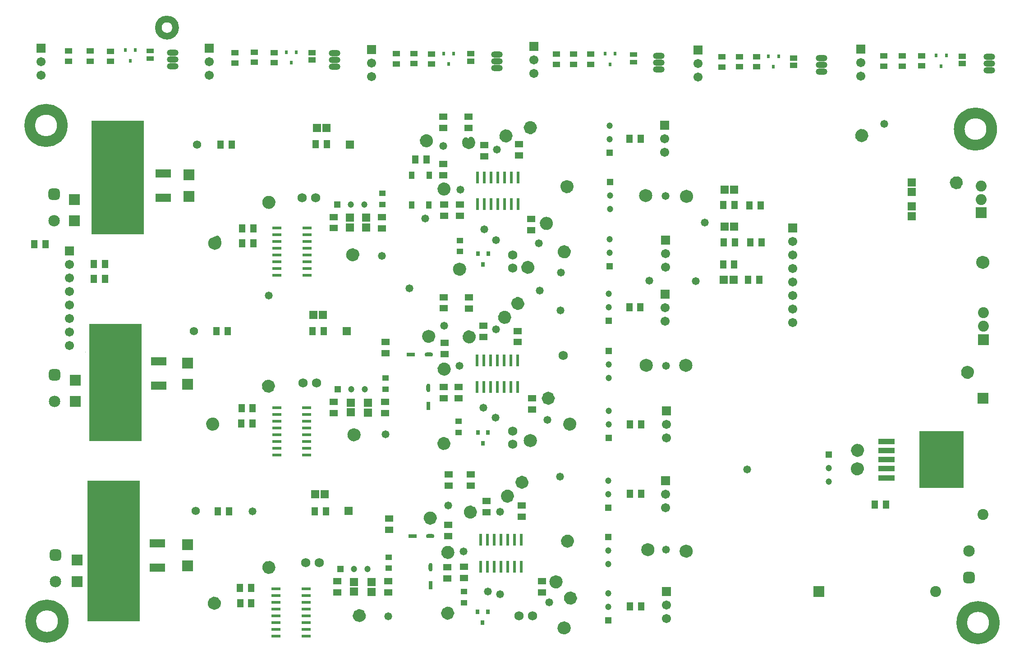
<source format=gbr>
%TF.GenerationSoftware,Altium Limited,Altium Designer,21.6.4 (81)*%
G04 Layer_Color=8388736*
%FSLAX45Y45*%
%MOMM*%
%TF.SameCoordinates,3325C277-0099-4954-8EFE-43F743DDDD4B*%
%TF.FilePolarity,Negative*%
%TF.FileFunction,Soldermask,Top*%
%TF.Part,Single*%
G01*
G75*
%TA.AperFunction,SMDPad,CuDef*%
%ADD11R,1.50822X1.20651*%
%ADD12R,0.55800X2.27000*%
%ADD13R,1.20651X1.50822*%
%ADD14R,1.50464X1.55620*%
%ADD15R,0.60000X0.70000*%
G04:AMPARAMS|DCode=17|XSize=1.60712mm|YSize=0.76213mm|CornerRadius=0.38107mm|HoleSize=0mm|Usage=FLASHONLY|Rotation=0.000|XOffset=0mm|YOffset=0mm|HoleType=Round|Shape=RoundedRectangle|*
%AMROUNDEDRECTD17*
21,1,1.60712,0.00000,0,0,0.0*
21,1,0.84499,0.76213,0,0,0.0*
1,1,0.76213,0.42249,0.00000*
1,1,0.76213,-0.42249,0.00000*
1,1,0.76213,-0.42249,0.00000*
1,1,0.76213,0.42249,0.00000*
%
%ADD17ROUNDEDRECTD17*%
%ADD18R,1.60712X0.76213*%
G04:AMPARAMS|DCode=19|XSize=1.60712mm|YSize=0.76213mm|CornerRadius=0.38107mm|HoleSize=0mm|Usage=FLASHONLY|Rotation=90.000|XOffset=0mm|YOffset=0mm|HoleType=Round|Shape=RoundedRectangle|*
%AMROUNDEDRECTD19*
21,1,1.60712,0.00000,0,0,90.0*
21,1,0.84499,0.76213,0,0,90.0*
1,1,0.76213,0.00000,0.42249*
1,1,0.76213,0.00000,-0.42249*
1,1,0.76213,0.00000,-0.42249*
1,1,0.76213,0.00000,0.42249*
%
%ADD19ROUNDEDRECTD19*%
%ADD20R,0.76213X1.60712*%
%ADD21R,1.20000X1.10000*%
%ADD22R,1.40822X1.00650*%
%ADD23R,1.35000X0.95000*%
%ADD24R,1.35620X1.10464*%
%ADD25R,1.55620X1.50464*%
%ADD26R,8.38000X10.66000*%
%ADD27R,3.05000X1.01600*%
%ADD28R,1.66370X0.55880*%
%ADD29R,6.20000X5.80000*%
%ADD30R,3.00000X1.60000*%
%ADD31R,2.00000X2.00000*%
%TA.AperFunction,ComponentPad*%
%ADD38C,1.20000*%
%ADD41R,1.20000X1.20000*%
%ADD46R,2.05740X2.05740*%
%ADD47C,2.05740*%
%ADD48C,2.05000*%
%ADD49R,2.05000X2.05000*%
%ADD50R,2.05740X2.05740*%
%ADD51R,1.20000X1.20000*%
%ADD52R,1.57480X1.57480*%
%ADD53C,1.57480*%
%TA.AperFunction,NonConductor*%
%ADD63C,2.03200*%
%TA.AperFunction,Conductor*%
%ADD67C,0.96520*%
%TA.AperFunction,ComponentPad*%
%ADD71C,1.72720*%
%ADD72C,1.70320*%
%ADD73R,1.70320X1.70320*%
%ADD74C,2.15320*%
G04:AMPARAMS|DCode=75|XSize=2.1532mm|YSize=2.1532mm|CornerRadius=0.5891mm|HoleSize=0mm|Usage=FLASHONLY|Rotation=90.000|XOffset=0mm|YOffset=0mm|HoleType=Round|Shape=RoundedRectangle|*
%AMROUNDEDRECTD75*
21,1,2.15320,0.97500,0,0,90.0*
21,1,0.97500,2.15320,0,0,90.0*
1,1,1.17820,0.48750,0.48750*
1,1,1.17820,0.48750,-0.48750*
1,1,1.17820,-0.48750,-0.48750*
1,1,1.17820,-0.48750,0.48750*
%
%ADD75ROUNDEDRECTD75*%
%ADD76O,2.20320X1.20320*%
%ADD77O,2.20320X1.20320*%
%TA.AperFunction,ViaPad*%
%ADD78C,1.72720*%
%ADD79C,1.47320*%
%TA.AperFunction,NonConductor*%
%ADD84C,0.20320*%
%ADD85C,1.25400*%
%ADD86R,9.93140X22.04720*%
%ADD87R,9.93140X26.44140*%
%ADD88R,9.93140X21.31060*%
%ADD89R,0.07620X0.07620*%
%TA.AperFunction,SMDPad,CuDef*%
%ADD90R,0.80320X0.90320*%
%ADD91R,1.11320X1.42320*%
D11*
X14813280Y15289204D02*
D03*
X15468600Y15309525D02*
D03*
Y15099355D02*
D03*
X15697200Y13899825D02*
D03*
X15709900Y10534325D02*
D03*
X13027660Y8271184D02*
D03*
Y8061014D02*
D03*
X14056360Y13961435D02*
D03*
Y14171605D02*
D03*
X14053819Y10534975D02*
D03*
Y10745145D02*
D03*
X14122400Y7151695D02*
D03*
Y7361865D02*
D03*
X15697200Y13689655D02*
D03*
X15709900Y10324155D02*
D03*
X15897861Y6882455D02*
D03*
Y7092625D02*
D03*
X14043660Y14725975D02*
D03*
Y14936145D02*
D03*
X14556740Y9104304D02*
D03*
Y8894134D02*
D03*
X14429739Y7364405D02*
D03*
Y7154235D02*
D03*
X14353540Y14174146D02*
D03*
Y13963976D02*
D03*
X15440660Y11799245D02*
D03*
Y11589075D02*
D03*
X14063980Y11575725D02*
D03*
Y11365555D02*
D03*
X14053819Y12434245D02*
D03*
Y12224075D02*
D03*
X14792960Y11894820D02*
D03*
Y11684650D02*
D03*
X14528799Y12433300D02*
D03*
Y12223130D02*
D03*
X14330679Y10745145D02*
D03*
Y10534975D02*
D03*
X15516859Y8517566D02*
D03*
Y8307396D02*
D03*
X14132561Y8151805D02*
D03*
Y7941635D02*
D03*
X14140179Y9104305D02*
D03*
Y8894135D02*
D03*
X14856461Y8603925D02*
D03*
Y8393755D02*
D03*
X13009880Y6887535D02*
D03*
Y7097705D02*
D03*
X12052300Y6885940D02*
D03*
Y7096110D02*
D03*
X11983720Y10258115D02*
D03*
Y10468285D02*
D03*
X12951460Y10255575D02*
D03*
Y10465745D02*
D03*
X12893040Y13727756D02*
D03*
Y13937926D02*
D03*
X14813280Y15079034D02*
D03*
X14518640Y15614975D02*
D03*
Y15825145D02*
D03*
X12961620Y11380795D02*
D03*
Y11590965D02*
D03*
X14038580Y15825145D02*
D03*
Y15614975D02*
D03*
X11986260Y13942059D02*
D03*
Y13731889D02*
D03*
D12*
X15450819Y14686198D02*
D03*
X15323820D02*
D03*
X15450819Y14183441D02*
D03*
X15443201Y10744200D02*
D03*
X15316200D02*
D03*
X15189200D02*
D03*
X15062199D02*
D03*
X14935201D02*
D03*
X14808200D02*
D03*
X14681200D02*
D03*
Y11246963D02*
D03*
X14808200D02*
D03*
X14935201D02*
D03*
X15062199D02*
D03*
X15189200D02*
D03*
X15316200D02*
D03*
X15443201D02*
D03*
X15506700Y7371243D02*
D03*
X15379700D02*
D03*
X15252699D02*
D03*
X15125700D02*
D03*
X14998700D02*
D03*
X14871700D02*
D03*
X14744701D02*
D03*
Y7874000D02*
D03*
X14871700D02*
D03*
X14998700D02*
D03*
X15125700D02*
D03*
X15252699D02*
D03*
X15379700D02*
D03*
X15506700D02*
D03*
X15196820Y14686198D02*
D03*
X15069820D02*
D03*
X14942821D02*
D03*
X14815820D02*
D03*
X14688820D02*
D03*
Y14183441D02*
D03*
X14815820D02*
D03*
X14942821D02*
D03*
X15069820D02*
D03*
X15196820D02*
D03*
X15323820D02*
D03*
D13*
X19791679Y14160500D02*
D03*
X19978046Y12763500D02*
D03*
X19767876D02*
D03*
X20018684Y13467081D02*
D03*
X19808514D02*
D03*
X19507201Y13053059D02*
D03*
X19297031D02*
D03*
X19518304Y13462000D02*
D03*
X19308134D02*
D03*
X19303055Y14163040D02*
D03*
X19513225D02*
D03*
X20001849Y14160500D02*
D03*
X6570980Y13434061D02*
D03*
X6360810D02*
D03*
X7480300Y12776200D02*
D03*
X7690470D02*
D03*
X7480300Y13055600D02*
D03*
X7690470D02*
D03*
X13727106Y15019020D02*
D03*
X13516936D02*
D03*
X17540295Y15412720D02*
D03*
X17750465D02*
D03*
X17545375Y6619240D02*
D03*
X17755545D02*
D03*
X17535216Y12242800D02*
D03*
X17745386D02*
D03*
X17548860Y10043160D02*
D03*
X17759030D02*
D03*
X17546320Y8737600D02*
D03*
X17756490D02*
D03*
X22352945Y8536940D02*
D03*
X22142775D02*
D03*
X11860205Y15308580D02*
D03*
X11650035D02*
D03*
X9862820Y15300960D02*
D03*
X10072990D02*
D03*
X9784080Y11793220D02*
D03*
X9994250D02*
D03*
X11799245Y11798300D02*
D03*
X11589075D02*
D03*
X9808535Y8409940D02*
D03*
X10018705D02*
D03*
X11837345D02*
D03*
X11627175D02*
D03*
X10265735Y13728700D02*
D03*
X10475905D02*
D03*
X10478445Y13446761D02*
D03*
X10268275D02*
D03*
X10460665Y10058400D02*
D03*
X10250495D02*
D03*
X10464800Y10350500D02*
D03*
X10254630D02*
D03*
X10439400Y6685280D02*
D03*
X10229230D02*
D03*
X10436860Y6967220D02*
D03*
X10226690D02*
D03*
D14*
X19310442Y12763500D02*
D03*
X19490599D02*
D03*
X19321964Y14455141D02*
D03*
X19502119D02*
D03*
X19327043Y13764259D02*
D03*
X19507201D02*
D03*
X11668760Y15610840D02*
D03*
X11848917D02*
D03*
X11605443Y12103100D02*
D03*
X11785600D02*
D03*
X11635923Y8729980D02*
D03*
X11816080D02*
D03*
D15*
X8261101Y17079900D02*
D03*
X8071099D02*
D03*
X8166100Y16879900D02*
D03*
X11285220Y17040860D02*
D03*
X11095218D02*
D03*
X11190219Y16840860D02*
D03*
X14240260Y17013860D02*
D03*
X14050259D02*
D03*
X14145261Y16813860D02*
D03*
X17272000Y17010381D02*
D03*
X17081998D02*
D03*
X17176999Y16810381D02*
D03*
X20337781Y16962120D02*
D03*
X20147778D02*
D03*
X20242780Y16762120D02*
D03*
X23488400Y16975760D02*
D03*
X23298399D02*
D03*
X23393401Y16775760D02*
D03*
D17*
X13769254Y11358880D02*
D03*
X13797279Y7947660D02*
D03*
D18*
X13434146Y11358880D02*
D03*
X13462173Y7947660D02*
D03*
D19*
X13766800Y10728874D02*
D03*
X13804900Y7355754D02*
D03*
D20*
X13766800Y10393766D02*
D03*
X13804900Y7020646D02*
D03*
D21*
X14353540Y13290961D02*
D03*
Y13500958D02*
D03*
X14333220Y9891578D02*
D03*
Y10101580D02*
D03*
X14434821Y6692038D02*
D03*
Y6902040D02*
D03*
X13014960Y7549739D02*
D03*
Y7339741D02*
D03*
X12956540Y10915239D02*
D03*
Y10705241D02*
D03*
X12898120Y14177422D02*
D03*
Y14387419D02*
D03*
D22*
X7005320Y16869572D02*
D03*
Y17059747D02*
D03*
X7414260D02*
D03*
Y16869572D02*
D03*
X7795260Y17054668D02*
D03*
Y16864493D02*
D03*
X10868660Y17029266D02*
D03*
Y16839093D02*
D03*
X10497820Y17036887D02*
D03*
Y16846713D02*
D03*
X10132060Y16834013D02*
D03*
Y17024187D02*
D03*
X13820140Y17006407D02*
D03*
Y16816232D02*
D03*
X13492480Y17011487D02*
D03*
Y16821313D02*
D03*
X13159740Y16818773D02*
D03*
Y17008948D02*
D03*
X16812260Y17001328D02*
D03*
Y16811153D02*
D03*
X16487140Y17001328D02*
D03*
Y16811153D02*
D03*
X16169640D02*
D03*
Y17001328D02*
D03*
X19276060Y16760353D02*
D03*
Y16950526D02*
D03*
X19923759Y16955608D02*
D03*
Y16765433D02*
D03*
X19603720Y16953067D02*
D03*
Y16762894D02*
D03*
X22316440Y16776700D02*
D03*
Y16966870D02*
D03*
X22659340Y16968307D02*
D03*
Y16778133D02*
D03*
X23027640Y16970847D02*
D03*
Y16780673D02*
D03*
D23*
X8536940Y16915059D02*
D03*
Y17065060D02*
D03*
X17617439Y16846478D02*
D03*
Y16996481D02*
D03*
D24*
X11579860Y16892041D02*
D03*
Y17032199D02*
D03*
X14556740Y16867683D02*
D03*
Y17007840D02*
D03*
X20624800Y16790440D02*
D03*
Y16930598D02*
D03*
X23789639Y16820921D02*
D03*
Y16961079D02*
D03*
D25*
X22842220Y14589760D02*
D03*
Y14409602D02*
D03*
Y13958661D02*
D03*
Y14138818D02*
D03*
X12692380Y6897461D02*
D03*
Y7077619D02*
D03*
X12367260Y7081520D02*
D03*
Y6901363D02*
D03*
X12303760Y10268041D02*
D03*
Y10448199D02*
D03*
X12631420Y10445659D02*
D03*
Y10265501D02*
D03*
X12288520Y13925459D02*
D03*
Y13745300D02*
D03*
X12590780Y13925459D02*
D03*
Y13745300D02*
D03*
D26*
X23399477Y9380220D02*
D03*
D27*
X22368982Y9720621D02*
D03*
Y9550420D02*
D03*
Y9380220D02*
D03*
Y9210020D02*
D03*
Y9039819D02*
D03*
D28*
X11478895Y9466580D02*
D03*
Y9593580D02*
D03*
Y9720580D02*
D03*
Y9847580D02*
D03*
Y9974580D02*
D03*
Y10101580D02*
D03*
Y10228580D02*
D03*
Y10355580D02*
D03*
X10913745D02*
D03*
Y10228580D02*
D03*
Y10101580D02*
D03*
Y9974580D02*
D03*
Y9847580D02*
D03*
Y9720580D02*
D03*
Y9593580D02*
D03*
Y9466580D02*
D03*
X11464290Y6065520D02*
D03*
Y6192520D02*
D03*
Y6319520D02*
D03*
Y6446520D02*
D03*
Y6573520D02*
D03*
Y6700520D02*
D03*
Y6827520D02*
D03*
Y6954520D02*
D03*
X10899140D02*
D03*
Y6827520D02*
D03*
Y6700520D02*
D03*
Y6573520D02*
D03*
Y6446520D02*
D03*
Y6319520D02*
D03*
Y6192520D02*
D03*
Y6065520D02*
D03*
X10918825Y12849860D02*
D03*
Y12976860D02*
D03*
Y13103860D02*
D03*
Y13230859D02*
D03*
Y13357860D02*
D03*
Y13484860D02*
D03*
Y13611861D02*
D03*
Y13738860D02*
D03*
X11483975D02*
D03*
Y13611861D02*
D03*
Y13484860D02*
D03*
Y13357860D02*
D03*
Y13230859D02*
D03*
Y13103860D02*
D03*
Y12976860D02*
D03*
Y12849860D02*
D03*
D29*
X7965440Y7581900D02*
D03*
X7988300Y11000740D02*
D03*
X8077200Y14533881D02*
D03*
D30*
X8674440Y7353402D02*
D03*
Y7810398D02*
D03*
X8697300Y10772242D02*
D03*
Y11229238D02*
D03*
X8786200Y14762378D02*
D03*
Y14305382D02*
D03*
D31*
X7119620Y14269060D02*
D03*
Y13869060D02*
D03*
X9245600Y7381900D02*
D03*
Y7781900D02*
D03*
X7167880Y7492340D02*
D03*
Y7092340D02*
D03*
X9240520Y10795660D02*
D03*
Y11195660D02*
D03*
X9268460Y14331340D02*
D03*
Y14731340D02*
D03*
X7137400Y10873080D02*
D03*
Y10473080D02*
D03*
D38*
X17164822Y13266420D02*
D03*
X17142461Y6868160D02*
D03*
Y6614160D02*
D03*
X17152620Y10043160D02*
D03*
Y10297160D02*
D03*
Y12247880D02*
D03*
Y12501880D02*
D03*
Y11170920D02*
D03*
Y10916920D02*
D03*
X17142461Y8732520D02*
D03*
Y8986520D02*
D03*
X17137880Y7675879D02*
D03*
Y7421879D02*
D03*
X17175481Y14343381D02*
D03*
Y14089380D02*
D03*
X17167860Y15405099D02*
D03*
Y15659100D02*
D03*
X17164822Y13520419D02*
D03*
X21277580Y8971280D02*
D03*
Y9225280D02*
D03*
X12623800Y7327900D02*
D03*
X12369800D02*
D03*
X12313920Y10706598D02*
D03*
X12567920D02*
D03*
X12557760Y14175740D02*
D03*
X12303760D02*
D03*
D41*
X17142461Y6360160D02*
D03*
X17152620Y9789160D02*
D03*
Y11993880D02*
D03*
Y11424920D02*
D03*
X17142461Y8478520D02*
D03*
X17137880Y7929879D02*
D03*
X17175481Y14597380D02*
D03*
X17167860Y15151100D02*
D03*
X17164822Y13012421D02*
D03*
X21277580Y9479280D02*
D03*
D46*
X21094701Y6898640D02*
D03*
D47*
X23284180D02*
D03*
X24180800Y8346440D02*
D03*
D48*
X24187759Y12143740D02*
D03*
Y11889740D02*
D03*
X24142700Y14272260D02*
D03*
Y14526260D02*
D03*
D49*
X24187759Y11636238D02*
D03*
X24142700Y14018758D02*
D03*
D50*
X24180800Y10535920D02*
D03*
D51*
X12115800Y7327900D02*
D03*
X12059920Y10706598D02*
D03*
X12049760Y14175740D02*
D03*
D52*
X12285980Y15303500D02*
D03*
X12227560Y11798300D02*
D03*
X12265660Y8417560D02*
D03*
D53*
X9415780Y15303500D02*
D03*
X9357360Y11798300D02*
D03*
X9395460Y8417560D02*
D03*
D63*
X24340820Y15593060D02*
G03*
X24340820Y15593060I-304800J0D01*
G01*
X24389079Y6316980D02*
G03*
X24389079Y6316980I-304800J0D01*
G01*
X6888480Y15661639D02*
G03*
X6888480Y15661639I-304800J0D01*
G01*
X6906260Y6344920D02*
G03*
X6906260Y6344920I-304800J0D01*
G01*
D67*
X15678149Y15539919D02*
G03*
X15679420Y15539949I-1270J78542D01*
G01*
X15598833Y15627350D02*
G03*
X15598328Y15618460I78047J-8890D01*
G01*
D02*
G03*
X15621335Y15562915I78552J0D01*
G01*
D02*
G03*
X15676880Y15539908I55545J55545D01*
G01*
X15624368Y15676880D02*
G03*
X15598833Y15627350I52512J-58420D01*
G01*
X15662300Y15695647D02*
G03*
X15624368Y15676880I14580J-77187D01*
G01*
X15676880Y15539908D02*
G03*
X15678149Y15539919I-0J78552D01*
G01*
X15679420Y15539949D02*
G03*
X15687041Y15540569I-2540J78511D01*
G01*
D02*
G03*
X15755432Y15618460I-10160J77892D01*
G01*
D02*
G03*
X15662300Y15695647I-78552J0D01*
G01*
X16314420Y13365292D02*
G03*
X16392972Y13286740I0J-78552D01*
G01*
X16391684Y13300908D02*
G03*
X16314420Y13365292I-77264J-14168D01*
G01*
X16392972Y13286740D02*
G03*
X16392953Y13288483I-78552J0D01*
G01*
Y13288483D02*
G03*
X16391684Y13300908I-78533J-1743D01*
G01*
X16057692Y13820140D02*
G03*
X16047876Y13858163I-78552J0D01*
G01*
Y13858163D02*
G03*
X15979140Y13898692I-68736J-38023D01*
G01*
X16390433Y6217920D02*
G03*
X16234692Y6232500I-78552J0D01*
G01*
X15917679Y13869057D02*
G03*
X16057692Y13820140I61461J-48917D01*
G01*
X15979140Y13898692D02*
G03*
X15917679Y13869057I0J-78552D01*
G01*
X16234692Y6232500D02*
G03*
X16233987Y6207760I77187J-14580D01*
G01*
D02*
G03*
X16390433Y6217920I77892J10160D01*
G01*
X15709712Y12994640D02*
G03*
X15632970Y13073170I-78552J0D01*
G01*
D02*
G03*
X15553043Y13002895I-1810J-78531D01*
G01*
X16093253Y10533380D02*
G03*
X16014700Y10611932I-78552J0D01*
G01*
X15553043Y13002895D02*
G03*
X15708347Y12980060I78117J-8255D01*
G01*
X15936150Y10533852D02*
G03*
X16014700Y10454828I78551J-472D01*
G01*
Y10611932D02*
G03*
X15936150Y10533852I0J-78552D01*
G01*
X15708347Y12980060D02*
G03*
X15709712Y12994640I-77187J14580D01*
G01*
X16014700Y10454828D02*
G03*
X16093253Y10533380I0J78552D01*
G01*
X16169640Y7006168D02*
G03*
X16179800Y7008182I-10160J77892D01*
G01*
X16159480Y7005508D02*
G03*
X16169640Y7006168I0J78552D01*
G01*
X16238033Y7084060D02*
G03*
X16081004Y7087545I-78552J0D01*
G01*
D02*
G03*
X16159480Y7005508I78475J-3485D01*
G01*
X15597952Y8956040D02*
G03*
X15519400Y9034592I-78552J0D01*
G01*
X15518130Y8877498D02*
G03*
X15597952Y8956040I1270J78542D01*
G01*
X15519400Y9034592D02*
G03*
X15440848Y8956040I0J-78552D01*
G01*
D02*
G03*
X15518130Y8877498I78552J0D01*
G01*
X15519212Y12316460D02*
G03*
X15440660Y12395012I-78552J0D01*
G01*
D02*
G03*
X15362108Y12316460I0J-78552D01*
G01*
X15440660Y12237908D02*
G03*
X15515669Y12293138I0J78552D01*
G01*
X15362108Y12316460D02*
G03*
X15440660Y12237908I78552J0D01*
G01*
X21899879Y15392587D02*
G03*
X21978391Y15468600I0J78552D01*
G01*
X21978432Y15471140D02*
G03*
X21899879Y15392587I-78552J0D01*
G01*
X10845612Y14216380D02*
G03*
X10841581Y14241219I-78552J0D01*
G01*
D02*
G03*
X10711515Y14271925I-74521J-24839D01*
G01*
D02*
G03*
X10845571Y14213840I55545J-55545D01*
G01*
D02*
G03*
X10845612Y14216380I-78511J2540D01*
G01*
X10837992Y10761980D02*
G03*
X10814985Y10706435I-78552J0D01*
G01*
X21978391Y15468600D02*
G03*
X21978432Y15471140I-78511J2540D01*
G01*
X23599368Y14587219D02*
G03*
X23599329Y14584680I78511J-2540D01*
G01*
X23609186Y14622780D02*
G03*
X23599368Y14587219I68694J-38100D01*
G01*
X23599329Y14584680D02*
G03*
X23609186Y14622780I78552J0D01*
G01*
X16286668Y14511020D02*
G03*
X16309676Y14455475I78552J0D01*
G01*
D02*
G03*
X16443771Y14511020I55545J55545D01*
G01*
D02*
G03*
X16286668Y14511020I-78552J0D01*
G01*
X16179800Y7008182D02*
G03*
X16238033Y7084060I-20320J75878D01*
G01*
X16509811Y6779260D02*
G03*
X16486806Y6834805I-78552J0D01*
G01*
D02*
G03*
X16509441Y6771640I-55545J-55545D01*
G01*
X14053819Y9763572D02*
G03*
X13975275Y9686001I0J-78552D01*
G01*
X14132372Y9685020D02*
G03*
X14132356Y9686620I-78552J0D01*
G01*
Y9686620D02*
G03*
X14053819Y9763572I-78536J-1600D01*
G01*
X13975275Y9686001D02*
G03*
X13975269Y9685020I78546J-981D01*
G01*
X14041119Y9607501D02*
G03*
X14132372Y9685020I12700J77519D01*
G01*
X13975269D02*
G03*
X13997760Y9629996I78552J0D01*
G01*
Y9629996D02*
G03*
X14041119Y9607501I56060J55024D01*
G01*
X14180486Y6550574D02*
G03*
X14122400Y6573540I-55545J-55545D01*
G01*
D02*
G03*
X14046391Y6495701I2540J-78511D01*
G01*
D02*
G03*
X14046388Y6495029I78549J-672D01*
G01*
X14115701Y6417022D02*
G03*
X14122400Y6416518I9239J78007D01*
G01*
X14046388Y6495029D02*
G03*
X14115701Y6417022I78552J0D01*
G01*
X14122400Y6416518D02*
G03*
X14124751Y6416477I2540J78511D01*
G01*
D02*
G03*
X14124940Y6416477I188J78552D01*
G01*
D02*
G03*
X14203445Y6492294I0J78552D01*
G01*
X14203493Y6495029D02*
G03*
X14203383Y6499169I-78552J0D01*
G01*
D02*
G03*
X14180486Y6550574I-78443J-4140D01*
G01*
X14203445Y6492294D02*
G03*
X14203479Y6493575I-78505J2735D01*
G01*
D02*
G03*
X14203493Y6495029I-78539J1454D01*
G01*
X16375380Y7770048D02*
G03*
X16453932Y7848600I0J78552D01*
G01*
D02*
G03*
X16375380Y7770048I-78552J0D01*
G01*
X15755432Y9738360D02*
G03*
X15598328Y9738360I-78552J0D01*
G01*
D02*
G03*
X15755432Y9738360I78552J0D01*
G01*
X16509441Y6771640D02*
G03*
X16509811Y6779260I-78181J7620D01*
G01*
X15326172Y8694420D02*
G03*
X15247620Y8615868I-78552J0D01*
G01*
D02*
G03*
X15326172Y8694420I0J78552D01*
G01*
X14630211Y8394228D02*
G03*
X14630212Y8394700I-78551J472D01*
G01*
X14554201Y8473211D02*
G03*
X14630211Y8394228I-2540J-78511D01*
G01*
X14630212Y8394700D02*
G03*
X14554201Y8473211I-78552J0D01*
G01*
X13797279Y8201848D02*
G03*
X13875832Y8280400I0J78552D01*
G01*
X13718863Y8275792D02*
G03*
X13797279Y8201848I78417J4608D01*
G01*
X13875832Y8280400D02*
G03*
X13718863Y8275792I-78552J0D01*
G01*
X14124940Y7559269D02*
G03*
X14206032Y7637780I2540J78511D01*
G01*
D02*
G03*
X14124940Y7559269I-78552J0D01*
G01*
X15515669Y12293138D02*
G03*
X15519212Y12316460I-75010J23322D01*
G01*
X15298232Y15463519D02*
G03*
X15219679Y15384969I-78552J0D01*
G01*
D02*
G03*
X15229840Y15385628I0J78552D01*
G01*
D02*
G03*
X15298232Y15463519I-10160J77892D01*
G01*
X15189200Y11976452D02*
G03*
X15251172Y12000676I5080J78388D01*
G01*
X15272832Y12054840D02*
G03*
X15189200Y11976452I-78552J0D01*
G01*
X16489494Y10081985D02*
G03*
X16418559Y10126792I-70935J-33745D01*
G01*
X16497112Y10048240D02*
G03*
X16489494Y10081985I-78552J0D01*
G01*
X16418559Y10126792D02*
G03*
X16497112Y10048240I0J-78552D01*
G01*
X10814985Y10706435D02*
G03*
X10837992Y10761980I-55545J55545D01*
G01*
X14522569Y15356232D02*
G03*
X14520232Y15356723I-11759J-50152D01*
G01*
X14522568Y15356232D02*
G03*
X14520232Y15356723I-11757J-50152D01*
G01*
Y15260486D02*
G03*
X14571219Y15279283I0J78552D01*
G01*
X14520230Y15356723D02*
G03*
X14519438Y15356863I-9419J-50643D01*
G01*
X14520230Y15356723D02*
G03*
X14519438Y15356863I-9419J-50643D01*
G01*
X14519437Y15356863D02*
G03*
X14502589Y15356931I-8625J-50785D01*
G01*
X14519437Y15356863D02*
G03*
X14502589Y15356931I-8625J-50785D01*
G01*
X14464687Y15283493D02*
G03*
X14520230Y15260486I55545J55545D01*
G01*
X14451537Y15300938D02*
G03*
X14464687Y15283493I68694J38100D01*
G01*
X14607352Y11686540D02*
G03*
X14607310Y11689079I-78552J0D01*
G01*
X14607346Y11685595D02*
G03*
X14607352Y11686540I-78546J945D01*
G01*
X14581854Y11744468D02*
G03*
X14528799Y11765092I-53054J-57928D01*
G01*
X14604558Y11707303D02*
G03*
X14581854Y11744468I-75758J-20763D01*
G01*
X14607310Y11689080D02*
G03*
X14604558Y11707303I-78511J-2540D01*
G01*
X14528799Y11765092D02*
G03*
X14513560Y11763600I0J-78552D01*
G01*
D02*
G03*
X14607346Y11685594I15240J-77060D01*
G01*
X21899683Y9551680D02*
G03*
X21899013Y9563247I-78542J1260D01*
G01*
X21876685Y9497395D02*
G03*
X21899683Y9551680I-55545J55545D01*
G01*
X21819870Y9474398D02*
G03*
X21876685Y9497395I1270J78542D01*
G01*
X21819870Y9474398D02*
G03*
X21876685Y9497395I1270J78542D01*
G01*
X12264273Y13235609D02*
G03*
X12264052Y13230859I78321J-6020D01*
G01*
D02*
G03*
X12264042Y13229590I78542J-1270D01*
G01*
D02*
G03*
X12264607Y13220183I78552J0D01*
G01*
X14124252Y14425790D02*
G03*
X14134912Y14465300I-67893J39509D01*
G01*
X14056360Y14386748D02*
G03*
X14124252Y14425790I0J78552D01*
G01*
X14134912Y14465300D02*
G03*
X14056360Y14386748I-78552J0D01*
G01*
X9791512Y10048240D02*
G03*
X9791348Y10053320I-78552J0D01*
G01*
X9745861Y10119570D02*
G03*
X9702801Y10126132I-32901J-71330D01*
G01*
X9791348Y10053320D02*
G03*
X9745861Y10119570I-78388J-5080D01*
G01*
X9635068Y10058399D02*
G03*
X9791512Y10048240I77892J-10159D01*
G01*
X9702801Y10126132D02*
G03*
X9639799Y10076840I10159J-77892D01*
G01*
D02*
G03*
X9635068Y10058400I73161J-28600D01*
G01*
X12387772Y6450861D02*
G03*
X12387932Y6446520I78548J739D01*
G01*
X12544872Y6451600D02*
G03*
X12387772Y6450861I-78552J0D01*
G01*
X12387932Y6446520D02*
G03*
X12544872Y6451600I78388J5080D01*
G01*
X9822822Y13446761D02*
G03*
X9823219Y13450571I-177720J20466D01*
G01*
X9831708Y13446761D02*
G03*
X9831903Y13448297I-115868J15538D01*
G01*
X9831158Y13443100D02*
G03*
X9831708Y13446761I-115319J19199D01*
G01*
X9822362Y13443100D02*
G03*
X9822822Y13446761I-177260J24125D01*
G01*
X9822183Y13413741D02*
G03*
X9831158Y13443100I-106344J48558D01*
G01*
X9822180Y13441798D02*
G03*
X9822362Y13443100I-177078J25428D01*
G01*
X9807441Y13392065D02*
G03*
X9808725Y13393420I-56381J54695D01*
G01*
X9807441Y13392065D02*
G03*
X9808725Y13393420I-56381J54695D01*
G01*
X9807441Y13392065D02*
G03*
X9808725Y13393420I-56381J54695D01*
G01*
X9807441Y13392065D02*
G03*
X9808725Y13393420I-56381J54695D01*
G01*
X9807441Y13392065D02*
G03*
X9807904Y13393073I-162339J75161D01*
G01*
X9807441Y13392065D02*
G03*
X9807904Y13393073I-162339J75161D01*
G01*
X9807441Y13392065D02*
G03*
X9807904Y13393073I-162339J75161D01*
G01*
X9807441Y13392065D02*
G03*
X9807904Y13393073I-162339J75161D01*
G01*
X9807426Y13392049D02*
G03*
X9807441Y13392065I-56366J54711D01*
G01*
X9807426Y13392049D02*
G03*
X9807441Y13392065I-56366J54711D01*
G01*
X9807426Y13392049D02*
G03*
X9807441Y13392065I-56366J54711D01*
G01*
X9807426Y13392049D02*
G03*
X9807441Y13392065I-56366J54711D01*
G01*
X9807312Y13391786D02*
G03*
X9807441Y13392065I-162209J75440D01*
G01*
X9807312Y13391786D02*
G03*
X9807441Y13392065I-162209J75440D01*
G01*
X9807312Y13391786D02*
G03*
X9807441Y13392065I-162209J75440D01*
G01*
X9812831Y13525311D02*
G03*
X9798504Y13544965I-69872J-35893D01*
G01*
X9812831Y13525311D02*
G03*
X9798504Y13544965I-69872J-35893D01*
G01*
X9814309Y13525311D02*
G03*
X9798504Y13544965I-98469J-63014D01*
G01*
X9812831Y13525311D02*
G03*
X9798504Y13544965I-69872J-35893D01*
G01*
X9812831Y13525311D02*
G03*
X9798504Y13544965I-69872J-35893D01*
G01*
X9814309Y13525311D02*
G03*
X9798504Y13544965I-98469J-63014D01*
G01*
X9814309Y13525311D02*
G03*
X9798504Y13544965I-98469J-63014D01*
G01*
X9814309Y13525311D02*
G03*
X9798504Y13544965I-98469J-63014D01*
G01*
X9751060Y13525311D02*
G03*
X9695515Y13502306I0J-78552D01*
G01*
X9807312Y13391786D02*
G03*
X9807441Y13392065I-162209J75440D01*
G01*
X9695515Y13502306D02*
G03*
X9679940Y13480112I55545J-55545D01*
G01*
D02*
G03*
X9672617Y13450900I71120J-33352D01*
G01*
D02*
G03*
X9672508Y13446761I78443J-4140D01*
G01*
D02*
G03*
X9679940Y13413408I78552J0D01*
G01*
X14427013Y12959081D02*
G03*
X14269908Y12959081I-78552J0D01*
G01*
X14378529Y12886511D02*
G03*
X14427013Y12959081I-30070J72569D01*
G01*
X14348460Y12880528D02*
G03*
X14378529Y12886511I0J78552D01*
G01*
X14297894Y12898967D02*
G03*
X14348460Y12880528I50565J60113D01*
G01*
X14269908Y12959081D02*
G03*
X14297894Y12898967I78552J0D01*
G01*
X15251172Y12000676D02*
G03*
X15272832Y12054840I-56892J54164D01*
G01*
X21897153Y9207500D02*
G03*
X21897142Y9208760I-78552J0D01*
G01*
X21740048Y9207500D02*
G03*
X21821140Y9128989I78552J0D01*
G01*
X21740053Y9208424D02*
G03*
X21740048Y9207500I78547J-924D01*
G01*
X21897142Y9208760D02*
G03*
X21740053Y9208424I-78542J-1260D01*
G01*
X13769341Y11618148D02*
G03*
X13847893Y11696700I0J78552D01*
G01*
D02*
G03*
X13690788Y11696700I-78552J0D01*
G01*
X13699081Y11661569D02*
G03*
X13769341Y11618148I70258J35131D01*
G01*
X13690788Y11696700D02*
G03*
X13699081Y11661569I78552J0D01*
G01*
X14056360Y11003509D02*
G03*
X14137453Y11082020I2540J78511D01*
G01*
D02*
G03*
X14056360Y11003509I-78552J0D01*
G01*
X13804712Y15372079D02*
G03*
X13726633Y15293529I-78552J0D01*
G01*
X13797368Y15338916D02*
G03*
X13804712Y15372079I-71208J33164D01*
G01*
X13726633Y15293529D02*
G03*
X13797368Y15338916I-473J78551D01*
G01*
X9819477Y6702459D02*
G03*
X9733280Y6760632I-76037J-19719D01*
G01*
X9821982Y6684011D02*
G03*
X9819477Y6702459I-78542J-1271D01*
G01*
X9821992Y6682740D02*
G03*
X9821982Y6684010I-78552J0D01*
G01*
X9733280Y6760632D02*
G03*
X9665292Y6690692I10160J-77892D01*
G01*
X9665291Y6690690D02*
G03*
X9664888Y6682740I78149J-7950D01*
G01*
D02*
G03*
X9821900Y6678930I78552J0D01*
G01*
X14598782Y15339038D02*
G03*
X14598779Y15339838I-78552J0D01*
G01*
D02*
G03*
X14580144Y15389841I-78548J-799D01*
G01*
X14588924Y15300938D02*
G03*
X14598782Y15339038I-68694J38100D01*
G01*
X14541187Y15361880D02*
G03*
X14541183Y15361877I31860J-69220D01*
G01*
X14441679Y15339038D02*
G03*
X14441756Y15335555I78552J0D01*
G01*
X14441679Y15339038D02*
G03*
X14441756Y15335555I78552J0D01*
G01*
X14441756Y15335551D02*
G03*
X14451537Y15300938I78475J3486D01*
G01*
X14575777Y15283493D02*
G03*
X14588924Y15300938I-55545J55545D01*
G01*
X14575735Y15283453D02*
G03*
X14575777Y15283493I-55504J55585D01*
G01*
X14571219Y15279283D02*
G03*
X14575735Y15283453I-50988J59755D01*
G01*
X14580144Y15389841D02*
G03*
X14575777Y15394583I-59913J-50803D01*
G01*
X14441750Y15342375D02*
G03*
X14441679Y15339040I78481J-3337D01*
G01*
X14441750Y15342375D02*
G03*
X14441679Y15339040I78481J-3337D01*
G01*
X14502589Y15356931D02*
G03*
X14474387Y15342503I8222J-50851D01*
G01*
X14446220Y15365363D02*
G03*
X14441750Y15342375I74010J-26325D01*
G01*
X14446220Y15365363D02*
G03*
X14441750Y15342375I74010J-26325D01*
G01*
X14538959Y15349220D02*
G03*
X14527469Y15354823I-28148J-43141D01*
G01*
X14527469D02*
G03*
X14522569Y15356232I-16658J-48744D01*
G01*
X14575774Y15394585D02*
G03*
X14568491Y15401018I-55543J-55546D01*
G01*
D02*
G03*
X14566467Y15402541I-48260J-61979D01*
G01*
D02*
G03*
X14564677Y15403806I-46237J-63503D01*
G01*
X14564674Y15403809D02*
G03*
X14563158Y15404823I-44445J-64770D01*
G01*
X14464687Y15394582D02*
G03*
X14451538Y15377139I55545J-55544D01*
G01*
X14464687Y15394582D02*
G03*
X14451537Y15377138I55545J-55544D01*
G01*
X14451537Y15377136D02*
G03*
X14451529Y15377122I68695J-38098D01*
G01*
X14451537Y15377136D02*
G03*
X14451529Y15377122I68695J-38098D01*
G01*
Y15377122D02*
G03*
X14446222Y15365364I68702J-38085D01*
G01*
X14451529Y15377122D02*
G03*
X14446222Y15365364I68702J-38085D01*
G01*
X14451537Y15377136D02*
G03*
X14446222Y15365364I68695J-38098D01*
G01*
X14451537Y15377136D02*
G03*
X14446222Y15365364I68695J-38098D01*
G01*
X14527469Y15354823D02*
G03*
X14522569Y15356232I-16658J-48744D01*
G01*
X14538960Y15349220D02*
G03*
X14527469Y15354823I-28149J-43140D01*
G01*
X14502589Y15356931D02*
G03*
X14474387Y15342503I8222J-50851D01*
G01*
X17962692Y7688580D02*
G03*
X17962692Y7688580I-78552J0D01*
G01*
X18689133Y14328140D02*
G03*
X18689133Y14328140I-78552J0D01*
G01*
X17922052Y14343381D02*
G03*
X17922052Y14343381I-78552J0D01*
G01*
X18675011Y11153140D02*
G03*
X18675011Y11153140I-78552J0D01*
G01*
X17932211D02*
G03*
X17932211Y11153140I-78552J0D01*
G01*
X18682071Y7660081D02*
G03*
X18682071Y7660081I-78552J0D01*
G01*
X21897060Y9203690D02*
G03*
X21897153Y9207500I-78460J3810D01*
G01*
X21821140Y9128989D02*
G03*
X21897060Y9203690I-2540J78511D01*
G01*
X21819870Y9631482D02*
G03*
X21802061Y9629140I1270J-78542D01*
G01*
X21821140Y9631492D02*
G03*
X21819870Y9631482I0J-78552D01*
G01*
X21783040Y9621634D02*
G03*
X21742587Y9552940I38100J-68694D01*
G01*
X21802061Y9629140D02*
G03*
X21783040Y9621634I19078J-76200D01*
G01*
X21899013Y9563247D02*
G03*
X21854266Y9624166I-77873J-10307D01*
G01*
D02*
G03*
X21821140Y9631492I-33126J-71226D01*
G01*
X21742587Y9552940D02*
G03*
X21819870Y9474398I78552J0D01*
G01*
X21742587Y9552940D02*
G03*
X21819870Y9474398I78552J0D01*
G01*
X9831903Y13448297D02*
G03*
X9832155Y13450571I-116064J14002D01*
G01*
X9823219D02*
G03*
X9822180Y13492653I-178117J16656D01*
G01*
X9832155Y13450571D02*
G03*
X9832486Y13454526I-116316J11728D01*
G01*
X9821900Y6678930D02*
G03*
X9821992Y6682740I-78460J3810D01*
G01*
X10845612Y7355840D02*
G03*
X10811330Y7290951I-78552J0D01*
G01*
D02*
G03*
X10845612Y7355840I-44270J64889D01*
G01*
X12288749Y9850120D02*
G03*
X12445812Y9847580I78511J-2540D01*
G01*
D02*
G03*
X12288749Y9850120I-78552J0D01*
G01*
X12420255Y13241389D02*
G03*
X12419108Y13247366I-77661J-11799D01*
G01*
X12408380Y13272516D02*
G03*
X12398853Y13284412I-65786J-42926D01*
G01*
X12420486Y13239751D02*
G03*
X12420255Y13241388I-77892J-10160D01*
G01*
X12265535Y13214349D02*
G03*
X12269179Y13201649I77060J15240D01*
G01*
X12264702Y13219431D02*
G03*
X12265076Y13216890I77892J10160D01*
G01*
D02*
G03*
X12265535Y13214349I77519J12700D01*
G01*
X12345134Y13308101D02*
G03*
X12342594Y13308142I-2540J-78511D01*
G01*
D02*
G03*
X12294960Y13292052I0J-78552D01*
G01*
X12269179Y13201649D02*
G03*
X12270216Y13199065I73415J27940D01*
G01*
X12294960Y13292052D02*
G03*
X12273901Y13267690I47634J-62461D01*
G01*
D02*
G03*
X12270216Y13260115I68694J-38100D01*
G01*
D02*
G03*
X12270197Y13260069I72378J-30525D01*
G01*
D02*
G03*
X12264273Y13235609I72397J-30480D01*
G01*
X12421146Y13229590D02*
G03*
X12420486Y13239751I-78552J0D01*
G01*
X12417746Y13252451D02*
G03*
X12411288Y13267690I-75152J-22861D01*
G01*
D02*
G03*
X12408380Y13272516I-68694J-38100D01*
G01*
X12264607Y13220181D02*
G03*
X12264702Y13219431I77987J9408D01*
G01*
X12270216Y13199065D02*
G03*
X12342594Y13151038I72378J30526D01*
G01*
D02*
G03*
X12421146Y13229590I0J78552D01*
G01*
X12398139Y13285135D02*
G03*
X12345134Y13308101I-55545J-55545D01*
G01*
X12418472Y13249910D02*
G03*
X12417746Y13252451I-75878J-20320D01*
G01*
X12419107Y13247369D02*
G03*
X12418472Y13249910I-76513J-17780D01*
G01*
X12398853Y13284412D02*
G03*
X12398139Y13285135I-56259J-54821D01*
G01*
X9822134Y13413634D02*
G03*
X9822180Y13413733I-106295J48665D01*
G01*
X9815780Y13413634D02*
G03*
X9822180Y13441798I-170678J53592D01*
G01*
Y13413408D02*
G03*
X9822285Y13413634I-71120J33352D01*
G01*
X9814607Y13410030D02*
G03*
X9815780Y13413634I-169505J57196D01*
G01*
X9821872Y13413065D02*
G03*
X9822134Y13413634I-106033J49233D01*
G01*
X9821987Y13413000D02*
G03*
X9822180Y13413408I-70927J33760D01*
G01*
X9821841Y13412999D02*
G03*
X9821872Y13413065I-106002J49300D01*
G01*
X9822180Y13510864D02*
G03*
X9814309Y13525311I-106341J-48565D01*
G01*
X9822368Y13510448D02*
G03*
X9822180Y13510864I-106529J-48150D01*
G01*
Y13492653D02*
G03*
X9819565Y13506798I-177078J-25428D01*
G01*
X9821883Y13412781D02*
G03*
X9821987Y13412999I-70823J33979D01*
G01*
X9832486Y13454526D02*
G03*
X9822368Y13510448I-116647J7772D01*
G01*
X9801519Y13386559D02*
G03*
X9802357Y13387270I-50459J60202D01*
G01*
X9693395Y13393420D02*
G03*
X9801519Y13386559I57665J53340D01*
G01*
X9807142Y13391759D02*
G03*
X9807169Y13391785I-56082J55002D01*
G01*
X9806605Y13391216D02*
G03*
X9807142Y13391759I-55545J55544D01*
G01*
X9819565Y13506798D02*
G03*
X9812831Y13525311I-76605J-17379D01*
G01*
X9679940Y13413408D02*
G03*
X9693395Y13393420I71120J33352D01*
G01*
X9807169Y13391785D02*
G03*
X9807411Y13392033I-56109J54975D01*
G01*
X9810863Y13399947D02*
G03*
X9814607Y13410030I-165761J67279D01*
G01*
X9809520Y13396729D02*
G03*
X9810863Y13399947I-164418J70496D01*
G01*
X9807411Y13392033D02*
G03*
X9807426Y13392049I-56351J54727D01*
G01*
X9817009Y13404083D02*
G03*
X9821883Y13412781I-65949J42676D01*
G01*
X9802357Y13387270D02*
G03*
X9806605Y13391216I-51297J59490D01*
G01*
X9807904Y13393073D02*
G03*
X9809520Y13396729I-162802J74153D01*
G01*
X9808725Y13393420D02*
G03*
X9817008Y13404083I-57665J53340D01*
G01*
X24251732Y13088620D02*
G03*
X24251732Y13088620I-78552J0D01*
G01*
X23941705Y11076605D02*
G03*
X23964713Y11021060I-55545J-55545D01*
G01*
X23957385Y11054186D02*
G03*
X23941705Y11076605I-71226J-33126D01*
G01*
X23964713Y11021060D02*
G03*
X23957385Y11054186I-78552J0D01*
G01*
D71*
X15676880Y15618460D02*
D03*
X16314420Y13286740D02*
D03*
X15979140Y13820140D02*
D03*
X15714980Y6441440D02*
D03*
X16311880Y6217920D02*
D03*
X16014700Y10533380D02*
D03*
X15631160Y12994640D02*
D03*
X15346680Y13229402D02*
D03*
X16365221Y14511020D02*
D03*
X15464978Y6441440D02*
D03*
X14124940Y6495029D02*
D03*
X15519400Y8956040D02*
D03*
X16375380Y7848600D02*
D03*
X14053819Y9685020D02*
D03*
X15219679Y15463519D02*
D03*
X15194279Y12054840D02*
D03*
X13726160Y15372079D02*
D03*
X13769341Y11696700D02*
D03*
X13797279Y8280400D02*
D03*
X14520230Y15339040D02*
D03*
X15346680Y12979401D02*
D03*
X21899879Y15471140D02*
D03*
X16431261Y6779260D02*
D03*
X14127480Y7637780D02*
D03*
X16159480Y7084060D02*
D03*
X17884140Y7688580D02*
D03*
X18610580Y14328140D02*
D03*
X14056360Y14465300D02*
D03*
X14348460Y12959081D02*
D03*
X17843500Y14343381D02*
D03*
X18596458Y11153140D02*
D03*
X15440660Y12316460D02*
D03*
X14528799Y11686540D02*
D03*
X16418559Y10048240D02*
D03*
X16296640Y11336020D02*
D03*
X14058900Y11082020D02*
D03*
X15676880Y9738360D02*
D03*
X15346680Y9669780D02*
D03*
Y9919782D02*
D03*
X17853661Y11153140D02*
D03*
X18603519Y7660081D02*
D03*
X14551660Y8394700D02*
D03*
X15247620Y8694420D02*
D03*
X23677879Y14584680D02*
D03*
X21818600Y9207500D02*
D03*
X21821140Y9552940D02*
D03*
X11463020Y7444740D02*
D03*
X11713022D02*
D03*
X12466320Y6451600D02*
D03*
X10767060Y7355840D02*
D03*
X11411138Y10825480D02*
D03*
X11661140D02*
D03*
X11391900Y14300200D02*
D03*
X11641902D02*
D03*
X10759440Y10761980D02*
D03*
X12342597Y13229590D02*
D03*
X9743440Y6682740D02*
D03*
X9751060Y13446761D02*
D03*
X12367260Y9847580D02*
D03*
X9712960Y10048240D02*
D03*
X23886160Y11021060D02*
D03*
X24173180Y13088620D02*
D03*
X10767060Y14216380D02*
D03*
D72*
X20604480Y11955780D02*
D03*
Y12209780D02*
D03*
Y12717780D02*
D03*
Y13225780D02*
D03*
Y13479781D02*
D03*
Y12971780D02*
D03*
Y12463780D02*
D03*
X18229581Y6393180D02*
D03*
Y6647180D02*
D03*
X18219420Y8478520D02*
D03*
Y8732520D02*
D03*
X18229581Y9791700D02*
D03*
Y10045700D02*
D03*
X18211800Y11986260D02*
D03*
Y12240260D02*
D03*
X7022622Y12034520D02*
D03*
Y12542520D02*
D03*
Y13050520D02*
D03*
Y12796520D02*
D03*
Y12288520D02*
D03*
Y11780520D02*
D03*
Y11526520D02*
D03*
X18214340Y12997180D02*
D03*
Y13251180D02*
D03*
X18196082Y15156180D02*
D03*
Y15410181D02*
D03*
X6492240Y16609061D02*
D03*
Y16863060D02*
D03*
X9651522Y16603979D02*
D03*
Y16857980D02*
D03*
X12694442Y16581120D02*
D03*
Y16835120D02*
D03*
X15747522Y16637000D02*
D03*
Y16891000D02*
D03*
X21882100Y16591280D02*
D03*
Y16845280D02*
D03*
X18828542Y16570959D02*
D03*
Y16824960D02*
D03*
D73*
X20604480Y13733780D02*
D03*
X18229581Y6901180D02*
D03*
X18219420Y8986520D02*
D03*
X18229581Y10299700D02*
D03*
X18211800Y12494260D02*
D03*
X7022622Y13304520D02*
D03*
X18214340Y13505180D02*
D03*
X18196082Y15664180D02*
D03*
X6492240Y17117059D02*
D03*
X9651522Y17111980D02*
D03*
X12694442Y17089120D02*
D03*
X15747522Y17145000D02*
D03*
X21882100Y17099280D02*
D03*
X18828542Y17078960D02*
D03*
D74*
X23912358Y7666777D02*
D03*
X6741160Y10474960D02*
D03*
X6758142Y7088083D02*
D03*
X6732742Y13872423D02*
D03*
D75*
X23912358Y7166778D02*
D03*
X6741160Y10974959D02*
D03*
X6758142Y7588082D02*
D03*
X6732742Y14372421D02*
D03*
D76*
X8961120Y16776700D02*
D03*
Y17030701D02*
D03*
X11998960Y17020540D02*
D03*
Y16766541D02*
D03*
X15046960Y16995140D02*
D03*
Y16741141D02*
D03*
X18087340Y16969740D02*
D03*
Y16715739D02*
D03*
X24297639Y16954500D02*
D03*
Y16700500D02*
D03*
X21145500Y16924020D02*
D03*
Y16670020D02*
D03*
D77*
X8961120Y16903700D02*
D03*
X11998960Y16893539D02*
D03*
X15046960Y16868140D02*
D03*
X18087340Y16842740D02*
D03*
X24297639Y16827499D02*
D03*
X21145500Y16797020D02*
D03*
D78*
X15676880Y15618460D02*
D03*
X16314420Y13286740D02*
D03*
X15979140Y13820140D02*
D03*
X16311880Y6217920D02*
D03*
X16014700Y10533380D02*
D03*
X15631160Y12994640D02*
D03*
X16365221Y14511020D02*
D03*
X14124940Y6495029D02*
D03*
X15519400Y8956040D02*
D03*
X16375380Y7848600D02*
D03*
X14053819Y9685020D02*
D03*
X15219679Y15463519D02*
D03*
X15194279Y12054840D02*
D03*
X13726160Y15372079D02*
D03*
X13769341Y11696700D02*
D03*
X13797279Y8280400D02*
D03*
X21899879Y15471140D02*
D03*
X16431261Y6779260D02*
D03*
X14127480Y7637780D02*
D03*
X16159480Y7084060D02*
D03*
X17884140Y7688580D02*
D03*
X18610580Y14328140D02*
D03*
X14056360Y14465300D02*
D03*
X14348460Y12959081D02*
D03*
X17843500Y14343381D02*
D03*
X18596458Y11153140D02*
D03*
X15440660Y12316460D02*
D03*
X14528799Y11686540D02*
D03*
X16418559Y10048240D02*
D03*
X16296640Y11336020D02*
D03*
X14058900Y11082020D02*
D03*
X15676880Y9738360D02*
D03*
X17853661Y11153140D02*
D03*
X18603519Y7660081D02*
D03*
X14551660Y8394700D02*
D03*
X15247620Y8694420D02*
D03*
X12466320Y6451600D02*
D03*
X10767060Y7355840D02*
D03*
X9743440Y6682740D02*
D03*
D79*
X13403580Y12600940D02*
D03*
X15852139Y12560300D02*
D03*
X18954669Y13835381D02*
D03*
X16250920Y12893040D02*
D03*
X16243300Y12186920D02*
D03*
X17914619Y12748260D02*
D03*
X18785840Y12735560D02*
D03*
X19745959Y9194800D02*
D03*
X22321519Y15694659D02*
D03*
X16233141Y9065260D02*
D03*
X16029939Y6695440D02*
D03*
X15113007Y6850820D02*
D03*
X15996919Y10129520D02*
D03*
X14424660Y7658100D02*
D03*
X14136369Y8522970D02*
D03*
X14876781Y6898640D02*
D03*
X18225771Y7691120D02*
D03*
X15105380Y8399780D02*
D03*
X15036800Y11828780D02*
D03*
X14343381Y11141486D02*
D03*
X14795500Y10355580D02*
D03*
X13009880Y6436360D02*
D03*
X12955270Y9853930D02*
D03*
X12887959Y13213080D02*
D03*
X15046960Y15209520D02*
D03*
X10462260Y8407400D02*
D03*
X10763250Y12463780D02*
D03*
X15839439Y13445714D02*
D03*
X15032767Y13510260D02*
D03*
X15021561Y10173746D02*
D03*
X13703300Y13911580D02*
D03*
X14810741Y13708380D02*
D03*
X18213071Y14331950D02*
D03*
X18221960Y11146790D02*
D03*
X14058900Y11899900D02*
D03*
Y11082020D02*
D03*
X14041119Y15275560D02*
D03*
X14363699Y14455141D02*
D03*
D84*
X9016881Y17500600D02*
G03*
X8854440Y17663042I-162441J0D01*
G01*
Y17338159D02*
G03*
X9016881Y17500600I0J162441D01*
G01*
X8854440Y17663042D02*
G03*
X8691999Y17500600I0J-162441D01*
G01*
D02*
G03*
X8854440Y17338159I162441J0D01*
G01*
X8962261Y17584489D02*
X8973205Y17568111D01*
X8962261Y17584489D02*
X8973205Y17568111D01*
X8976556Y17561842D02*
X8984094Y17543645D01*
X8943824Y17603912D02*
X8957752Y17589983D01*
X8986157Y17536842D02*
X8990000Y17517523D01*
X8990697Y17500600D02*
Y17510449D01*
X8976556Y17561842D02*
X8984094Y17543645D01*
X8986157Y17536842D02*
X8990000Y17517523D01*
X8871362Y17636160D02*
X8890682Y17632317D01*
X8871362Y17636160D02*
X8890682Y17632317D01*
X8897484Y17630254D02*
X8915682Y17622716D01*
X8844591Y17636858D02*
X8864289D01*
X8844591D02*
X8864289D01*
X8921951Y17619365D02*
X8938329Y17608421D01*
X8943824Y17603912D02*
X8957752Y17589983D01*
X8897484Y17630254D02*
X8915682Y17622716D01*
X8921951Y17619365D02*
X8938329Y17608421D01*
X8990697Y17490752D02*
Y17500600D01*
Y17510449D01*
Y17490752D02*
Y17500600D01*
X8986157Y17464359D02*
X8990000Y17483678D01*
X8986157Y17464359D02*
X8990000Y17483678D01*
X8976556Y17439357D02*
X8984094Y17457556D01*
X8976556Y17439357D02*
X8984094Y17457556D01*
X8962261Y17416710D02*
X8973205Y17433089D01*
X8962261Y17416710D02*
X8973205Y17433089D01*
X8943823Y17397287D02*
X8957752Y17411217D01*
X8943823Y17397287D02*
X8957752Y17411217D01*
X8921951Y17381834D02*
X8938329Y17392780D01*
X8921951Y17381834D02*
X8938329Y17392780D01*
X8897484Y17370946D02*
X8915682Y17378484D01*
X8897484Y17370946D02*
X8915682Y17378484D01*
X8871362Y17365041D02*
X8890682Y17368883D01*
X8871362Y17365041D02*
X8890682Y17368883D01*
X8818198Y17632317D02*
X8837517Y17636160D01*
X8818198Y17632317D02*
X8837517Y17636160D01*
X8793197Y17622716D02*
X8811396Y17630254D01*
X8793197Y17622716D02*
X8811396Y17630254D01*
X8770550Y17608421D02*
X8786929Y17619365D01*
X8770550Y17608421D02*
X8786929Y17619365D01*
X8751127Y17589984D02*
X8765056Y17603912D01*
X8751127Y17589984D02*
X8765056Y17603912D01*
X8735675Y17568111D02*
X8746619Y17584489D01*
X8735675Y17568111D02*
X8746619Y17584489D01*
X8724786Y17543645D02*
X8732324Y17561842D01*
X8724786Y17543645D02*
X8732324Y17561842D01*
X8718880Y17517522D02*
X8722723Y17536842D01*
X8718880Y17517522D02*
X8722723Y17536842D01*
X8718183Y17490752D02*
Y17500600D01*
Y17510449D01*
Y17500600D02*
Y17510449D01*
X8793197Y17378484D02*
X8811396Y17370946D01*
X8770550Y17392780D02*
X8786929Y17381834D01*
X8793197Y17378484D02*
X8811396Y17370946D01*
X8770550Y17392780D02*
X8786929Y17381834D01*
X8844591Y17364343D02*
X8864289D01*
X8844591D02*
X8864289D01*
X8818198Y17368883D02*
X8837518Y17365041D01*
X8818198Y17368883D02*
X8837518Y17365041D01*
X8724786Y17457556D02*
X8732324Y17439357D01*
X8718880Y17483678D02*
X8722723Y17464359D01*
X8724786Y17457556D02*
X8732324Y17439357D01*
X8718183Y17490752D02*
Y17500600D01*
X8718880Y17483678D02*
X8722723Y17464359D01*
X8751127Y17411217D02*
X8765056Y17397287D01*
X8751127Y17411217D02*
X8765056Y17397287D01*
X8735675Y17433089D02*
X8746619Y17416710D01*
X8735675Y17433089D02*
X8746619Y17416710D01*
D85*
X9016881Y17500600D02*
G03*
X9016881Y17500600I-162441J0D01*
G01*
D86*
X7882890Y10833100D02*
D03*
D87*
X7849870Y7661910D02*
D03*
D88*
X7928610Y14682471D02*
D03*
D89*
X7324090Y11395710D02*
D03*
D90*
X14885422Y13249580D02*
D03*
X14695419D02*
D03*
X14790421Y13049580D02*
D03*
X14877800Y6518580D02*
D03*
X14687798D02*
D03*
X14782799Y6318580D02*
D03*
X14880341Y9886620D02*
D03*
X14690340D02*
D03*
X14785339Y9686620D02*
D03*
D91*
X13450900Y14724380D02*
D03*
X13777901D02*
D03*
X13448360Y14168120D02*
D03*
X13775360D02*
D03*
%TF.MD5,04e8d74420e91ae5ab8755365d6321ce*%
M02*

</source>
